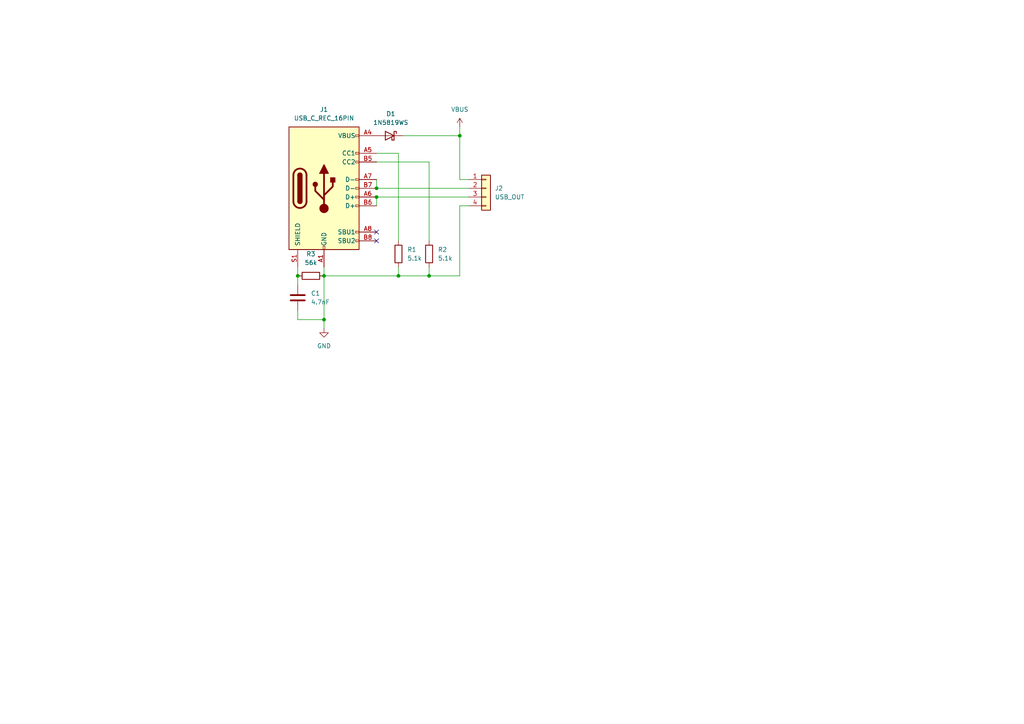
<source format=kicad_sch>
(kicad_sch (version 20230121) (generator eeschema)
  (paper "A4")
  (lib_symbols
    (symbol "Connector:USB_C_Receptacle_USB2.0" (pin_names (offset 1.016))
      (property "Reference" "J" (at -10.16 19.05 0))
      (property "Value" "USB_C_Receptacle_USB2.0" (at 19.05 19.05 0))
      (symbol "USB_C_Receptacle_USB2.0_0_0"
        (rectangle (start -0.254 -17.78) (end 0.254 -16.764))
        (rectangle (start 10.16 -14.986) (end 9.144 -15.494))
        (rectangle (start 10.16 -12.446) (end 9.144 -12.954))
        (rectangle (start 10.16 -4.826) (end 9.144 -5.334))
        (rectangle (start 10.16 -2.286) (end 9.144 -2.794))
        (rectangle (start 10.16 0.254) (end 9.144 -0.254))
        (rectangle (start 10.16 2.794) (end 9.144 2.286))
        (rectangle (start 10.16 7.874) (end 9.144 7.366))
        (rectangle (start 10.16 10.414) (end 9.144 9.906))
        (rectangle (start 10.16 15.494) (end 9.144 14.986))
      )
      (symbol "USB_C_Receptacle_USB2.0_0_1"
        (rectangle (start -10.16 17.78) (end 10.16 -17.78) (stroke (width 0.254)) (fill (type background)))
        (arc (start -8.89 -3.81) (mid -6.985 -5.7067) (end -5.08 -3.81) (stroke (width 0.508)))
        (arc (start -7.62 -3.81) (mid -6.985 -4.4423) (end -6.35 -3.81) (stroke (width 0.254)))
        (arc (start -7.62 -3.81) (mid -6.985 -4.4423) (end -6.35 -3.81) (stroke (width 0.254)) (fill (type outline)))
        (rectangle (start -7.62 -3.81) (end -6.35 3.81) (stroke (width 0.254)) (fill (type outline)))
        (arc (start -6.35 3.81) (mid -6.985 4.4423) (end -7.62 3.81) (stroke (width 0.254)))
        (arc (start -6.35 3.81) (mid -6.985 4.4423) (end -7.62 3.81) (stroke (width 0.254)) (fill (type outline)))
        (arc (start -5.08 3.81) (mid -6.985 5.7067) (end -8.89 3.81) (stroke (width 0.508)))
        (circle (center -2.54 1.143) (radius 0.635) (stroke (width 0.254)) (fill (type outline)))
        (circle (center 0 -5.842) (radius 1.27) (fill (type outline)))
        (polyline (pts (xy -8.89 -3.81) (xy -8.89 3.81)) (stroke (width 0.508)))
        (polyline (pts (xy -5.08 3.81) (xy -5.08 -3.81)) (stroke (width 0.508)))
        (polyline (pts (xy 0 -5.842) (xy 0 4.318)) (stroke (width 0.508)))
        (polyline (pts (xy 0 -3.302) (xy -2.54 -0.762) (xy -2.54 0.508)) (stroke (width 0.508)))
        (polyline (pts (xy 0 -2.032) (xy 2.54 0.508) (xy 2.54 1.778)) (stroke (width 0.508)))
        (polyline (pts (xy -1.27 4.318) (xy 0 6.858) (xy 1.27 4.318) (xy -1.27 4.318)) (stroke (width 0.254)) (fill (type outline)))
        (rectangle (start 1.905 1.778) (end 3.175 3.048) (stroke (width 0.254)) (fill (type outline)))
      )
      (symbol "USB_C_Receptacle_USB2.0_1_1"
        (pin passive line (at 0 -22.86 90) (length 5.08) (name "GND") (number "A1"))
        (pin passive line (at 0 -22.86 90) (length 5.08) hide (name "GND") (number "A12"))
        (pin passive line (at 15.24 15.24 180) (length 5.08) (name "VBUS") (number "A4"))
        (pin bidirectional line (at 15.24 10.16 180) (length 5.08) (name "CC1") (number "A5"))
        (pin bidirectional line (at 15.24 -2.54 180) (length 5.08) (name "D+") (number "A6"))
        (pin bidirectional line (at 15.24 2.54 180) (length 5.08) (name "D-") (number "A7"))
        (pin bidirectional line (at 15.24 -12.7 180) (length 5.08) (name "SBU1") (number "A8"))
        (pin passive line (at 15.24 15.24 180) (length 5.08) hide (name "VBUS") (number "A9"))
        (pin passive line (at 0 -22.86 90) (length 5.08) hide (name "GND") (number "B1"))
        (pin passive line (at 0 -22.86 90) (length 5.08) hide (name "GND") (number "B12"))
        (pin passive line (at 15.24 15.24 180) (length 5.08) hide (name "VBUS") (number "B4"))
        (pin bidirectional line (at 15.24 7.62 180) (length 5.08) (name "CC2") (number "B5"))
        (pin bidirectional line (at 15.24 -5.08 180) (length 5.08) (name "D+") (number "B6"))
        (pin bidirectional line (at 15.24 0 180) (length 5.08) (name "D-") (number "B7"))
        (pin bidirectional line (at 15.24 -15.24 180) (length 5.08) (name "SBU2") (number "B8"))
        (pin passive line (at 15.24 15.24 180) (length 5.08) hide (name "VBUS") (number "B9"))
        (pin passive line (at -7.62 -22.86 90) (length 5.08) (name "SHIELD") (number "S1"))
      )
    )
    (symbol "Connector_Generic:Conn_01x04" (pin_names (offset 1.016) hide)
      (property "Reference" "J" (at 0 5.08 0))
      (property "Value" "Conn_01x04" (at 0 -7.62 0))
      (symbol "Conn_01x04_1_1"
        (rectangle (start -1.27 -4.953) (end 0 -5.207) (stroke (width 0.1524)))
        (rectangle (start -1.27 -2.413) (end 0 -2.667) (stroke (width 0.1524)))
        (rectangle (start -1.27 0.127) (end 0 -0.127) (stroke (width 0.1524)))
        (rectangle (start -1.27 2.667) (end 0 2.413) (stroke (width 0.1524)))
        (rectangle (start -1.27 3.81) (end 1.27 -6.35) (stroke (width 0.254)) (fill (type background)))
        (pin passive line (at -5.08 2.54 0) (length 3.81) (name "Pin_1") (number "1"))
        (pin passive line (at -5.08 0 0) (length 3.81) (name "Pin_2") (number "2"))
        (pin passive line (at -5.08 -2.54 0) (length 3.81) (name "Pin_3") (number "3"))
        (pin passive line (at -5.08 -5.08 0) (length 3.81) (name "Pin_4") (number "4"))
      )
    )
    (symbol "Device:C" (pin_numbers hide) (pin_names (offset 0.254))
      (property "Reference" "C" (at 0.635 2.54 0))
      (property "Value" "C" (at 0.635 -2.54 0))
      (symbol "C_0_1"
        (polyline (pts (xy -2.032 -0.762) (xy 2.032 -0.762)) (stroke (width 0.508)))
        (polyline (pts (xy -2.032 0.762) (xy 2.032 0.762)) (stroke (width 0.508)))
      )
      (symbol "C_1_1"
        (pin passive line (at 0 3.81 270) (length 2.794) (name "~") (number "1"))
        (pin passive line (at 0 -3.81 90) (length 2.794) (name "~") (number "2"))
      )
    )
    (symbol "Device:R" (pin_numbers hide) (pin_names (offset 0))
      (property "Reference" "R" (at 2.032 0 90))
      (property "Value" "R" (at 0 0 90))
      (symbol "R_0_1"
        (rectangle (start -1.016 -2.54) (end 1.016 2.54) (stroke (width 0.254)))
      )
      (symbol "R_1_1"
        (pin passive line (at 0 3.81 270) (length 1.27) (name "~") (number "1"))
        (pin passive line (at 0 -3.81 90) (length 1.27) (name "~") (number "2"))
      )
    )
    (symbol "Diode:1N5819WS" (pin_numbers hide) (pin_names (offset 1.016) hide)
      (property "Reference" "D" (at 0 2.54 0))
      (property "Value" "1N5819WS" (at 0 -2.54 0))
      (symbol "1N5819WS_0_1"
        (polyline (pts (xy 1.27 0) (xy -1.27 0)))
        (polyline (pts (xy 1.27 1.27) (xy 1.27 -1.27) (xy -1.27 0) (xy 1.27 1.27)) (stroke (width 0.254)))
        (polyline (pts (xy -1.905 0.635) (xy -1.905 1.27) (xy -1.27 1.27) (xy -1.27 -1.27) (xy -0.635 -1.27) (xy -0.635 -0.635)) (stroke (width 0.254)))
      )
      (symbol "1N5819WS_1_1"
        (pin passive line (at -3.81 0 0) (length 2.54) (name "K") (number "1"))
        (pin passive line (at 3.81 0 180) (length 2.54) (name "A") (number "2"))
      )
    )
    (symbol "power:GND" (power) (pin_names (offset 0))
      (property "Value" "GND" (at 0 -3.81 0))
      (symbol "GND_0_1"
        (polyline (pts (xy 0 0) (xy 0 -1.27) (xy 1.27 -1.27) (xy 0 -2.54) (xy -1.27 -1.27) (xy 0 -1.27)))
      )
      (symbol "GND_1_1"
        (pin power_in line (at 0 0 270) (length 0) hide (name "GND") (number "1"))
      )
    )
    (symbol "power:VBUS" (power) (pin_names (offset 0))
      (property "Value" "VBUS" (at 0 3.81 0))
      (symbol "VBUS_0_1"
        (polyline (pts (xy -0.762 1.27) (xy 0 2.54)))
        (polyline (pts (xy 0 0) (xy 0 2.54)))
        (polyline (pts (xy 0 2.54) (xy 0.762 1.27)))
      )
      (symbol "VBUS_1_1"
        (pin power_in line (at 0 0 90) (length 0) hide (name "VBUS") (number "1"))
      )
    )
  )
  (junction (at 115.57 80.01))
  (junction (at 86.36 80.01))
  (junction (at 93.98 80.01))
  (junction (at 109.22 57.15))
  (junction (at 133.35 39.37))
  (junction (at 93.98 92.71))
  (junction (at 124.46 80.01))
  (junction (at 109.22 54.61))
  (no_connect (at 109.22 69.85))
  (no_connect (at 109.22 67.31))
  (wire (pts (xy 86.36 80.01) (xy 86.36 77.47)))
  (wire (pts (xy 135.89 52.07) (xy 133.35 52.07)))
  (wire (pts (xy 124.46 80.01) (xy 115.57 80.01)))
  (wire (pts (xy 133.35 39.37) (xy 133.35 52.07)))
  (wire (pts (xy 115.57 44.45) (xy 109.22 44.45)))
  (wire (pts (xy 133.35 39.37) (xy 133.35 36.83)))
  (wire (pts (xy 93.98 80.01) (xy 115.57 80.01)))
  (wire (pts (xy 109.22 54.61) (xy 135.89 54.61)))
  (wire (pts (xy 115.57 77.47) (xy 115.57 80.01)))
  (wire (pts (xy 115.57 69.85) (xy 115.57 44.45)))
  (wire (pts (xy 93.98 95.25) (xy 93.98 92.71)))
  (wire (pts (xy 116.84 39.37) (xy 133.35 39.37)))
  (wire (pts (xy 86.36 92.71) (xy 93.98 92.71)))
  (wire (pts (xy 133.35 59.69) (xy 133.35 80.01)))
  (wire (pts (xy 133.35 80.01) (xy 124.46 80.01)))
  (wire (pts (xy 109.22 46.99) (xy 124.46 46.99)))
  (wire (pts (xy 93.98 80.01) (xy 93.98 92.71)))
  (wire (pts (xy 124.46 46.99) (xy 124.46 69.85)))
  (wire (pts (xy 133.35 59.69) (xy 135.89 59.69)))
  (wire (pts (xy 109.22 57.15) (xy 109.22 59.69)))
  (wire (pts (xy 86.36 82.55) (xy 86.36 80.01)))
  (wire (pts (xy 86.36 92.71) (xy 86.36 90.17)))
  (wire (pts (xy 109.22 57.15) (xy 135.89 57.15)))
  (wire (pts (xy 109.22 52.07) (xy 109.22 54.61)))
  (wire (pts (xy 124.46 77.47) (xy 124.46 80.01)))
  (wire (pts (xy 93.98 77.47) (xy 93.98 80.01)))
  (symbol (lib_id "power:VBUS") (at 133.35 36.83 0) (unit 1)
    (property "Reference" "#PWR02" (effects hide))
    (property "Value" "VBUS" (at 133.35 31.75 0))
  )
  (symbol (lib_id "Device:R") (at 90.17 80.01 90) (unit 1)
    (property "Reference" "R3" (at 90.17 73.66 90))
    (property "Value" "56k" (at 90.17 76.2 90))
    (property "Footprint" "Resistor_SMD:R_0603_1608Metric" (effects hide))
  )
  (symbol (lib_id "Device:R") (at 115.57 73.66 0) (unit 1)
    (property "Reference" "R1" (at 118.11 72.39 0) (effects (justify left)))
    (property "Value" "5.1k" (at 118.11 74.93 0) (effects (justify left)))
    (property "Footprint" "Resistor_SMD:R_0603_1608Metric" (effects hide))
  )
  (symbol (lib_id "Device:C") (at 86.36 86.36 0) (unit 1)
    (property "Reference" "C1" (at 90.17 85.09 0) (effects (justify left)))
    (property "Value" "4.7nF" (at 90.17 87.63 0) (effects (justify left)))
    (property "Footprint" "Capacitor_SMD:C_0603_1608Metric" (effects hide))
  )
  (symbol (lib_id "Connector_Generic:Conn_01x04") (at 140.97 54.61 0) (unit 1)
    (property "Reference" "J2" (at 143.51 54.61 0) (effects (justify left)))
    (property "Value" "USB_OUT" (at 143.51 57.15 0) (effects (justify left)))
    (property "Footprint" "Connector_PinHeader_2.54mm:PinHeader_1x04_P2.54mm_Horizontal" (effects hide))
  )
  (symbol (lib_id "Diode:1N5819WS") (at 113.03 39.37 0) (mirror y) (unit 1)
    (property "Reference" "D1" (at 113.3475 33.02 0))
    (property "Value" "1N5819WS" (at 113.3475 35.56 0))
    (property "Footprint" "Diode_SMD:D_SOD-323_HandSoldering" (effects hide))
    (property "Datasheet" "https://datasheet.lcsc.com/lcsc/2204281430_Guangdong-Hottech-1N5819WS_C191023.pdf" (effects hide))
  )
  (symbol (lib_id "Connector:USB_C_Receptacle_USB2.0") (at 93.98 54.61 0) (unit 1)
    (property "Reference" "J1" (at 93.98 31.75 0))
    (property "Value" "USB_C_REC_16PIN" (at 93.98 34.29 0))
    (property "Footprint" "Connector_USB:USB_C_Receptacle_Palconn_UTC16-G" (effects hide))
    (property "Datasheet" "https://www.usb.org/sites/default/files/documents/usb_type-c.zip" (effects hide))
  )
  (symbol (lib_id "power:GND") (at 93.98 95.25 0) (unit 1)
    (property "Reference" "#PWR01" (effects hide))
    (property "Value" "GND" (at 93.98 100.33 0))
  )
  (symbol (lib_id "Device:R") (at 124.46 73.66 0) (unit 1)
    (property "Reference" "R2" (at 127 72.39 0) (effects (justify left)))
    (property "Value" "5.1k" (at 127 74.93 0) (effects (justify left)))
    (property "Footprint" "Resistor_SMD:R_0603_1608Metric" (effects hide))
  )
)
</source>
